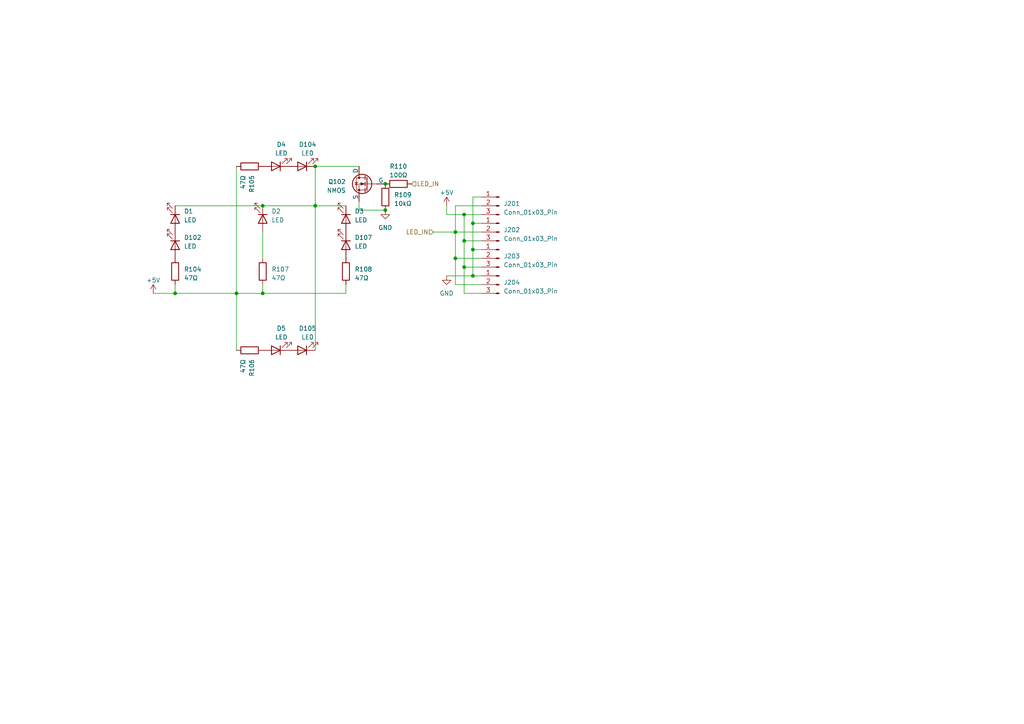
<source format=kicad_sch>
(kicad_sch (version 20230121) (generator eeschema)
  (paper "A4")
  (lib_symbols
    (symbol "Connector:Conn_01x03_Pin" (pin_names (offset 1.016) hide)
      (property "Reference" "J" (at 0 5.08 0))
      (property "Value" "Conn_01x03_Pin" (at 0 -5.08 0))
      (symbol "Conn_01x03_Pin_1_1"
        (polyline (pts (xy 1.27 -2.54) (xy 0.8636 -2.54)) (stroke (width 0.1524)))
        (polyline (pts (xy 1.27 0) (xy 0.8636 0)) (stroke (width 0.1524)))
        (polyline (pts (xy 1.27 2.54) (xy 0.8636 2.54)) (stroke (width 0.1524)))
        (rectangle (start 0.8636 -2.413) (end 0 -2.667) (stroke (width 0.1524)) (fill (type outline)))
        (rectangle (start 0.8636 0.127) (end 0 -0.127) (stroke (width 0.1524)) (fill (type outline)))
        (rectangle (start 0.8636 2.667) (end 0 2.413) (stroke (width 0.1524)) (fill (type outline)))
        (pin passive line (at 5.08 2.54 180) (length 3.81) (name "Pin_1") (number "1"))
        (pin passive line (at 5.08 0 180) (length 3.81) (name "Pin_2") (number "2"))
        (pin passive line (at 5.08 -2.54 180) (length 3.81) (name "Pin_3") (number "3"))
      )
    )
    (symbol "Device:LED" (pin_numbers hide) (pin_names (offset 1.016) hide)
      (property "Reference" "D" (at 0 2.54 0))
      (property "Value" "LED" (at 0 -2.54 0))
      (symbol "LED_0_1"
        (polyline (pts (xy -1.27 -1.27) (xy -1.27 1.27)) (stroke (width 0.254)))
        (polyline (pts (xy -1.27 0) (xy 1.27 0)))
        (polyline (pts (xy 1.27 -1.27) (xy 1.27 1.27) (xy -1.27 0) (xy 1.27 -1.27)) (stroke (width 0.254)))
        (polyline (pts (xy -3.048 -0.762) (xy -4.572 -2.286) (xy -3.81 -2.286) (xy -4.572 -2.286) (xy -4.572 -1.524)))
        (polyline (pts (xy -1.778 -0.762) (xy -3.302 -2.286) (xy -2.54 -2.286) (xy -3.302 -2.286) (xy -3.302 -1.524)))
      )
      (symbol "LED_1_1"
        (pin passive line (at -3.81 0 0) (length 2.54) (name "K") (number "1"))
        (pin passive line (at 3.81 0 180) (length 2.54) (name "A") (number "2"))
      )
    )
    (symbol "Device:R" (pin_numbers hide) (pin_names (offset 0))
      (property "Reference" "R" (at 2.032 0 90))
      (property "Value" "R" (at 0 0 90))
      (symbol "R_0_1"
        (rectangle (start -1.016 -2.54) (end 1.016 2.54) (stroke (width 0.254)))
      )
      (symbol "R_1_1"
        (pin passive line (at 0 3.81 270) (length 1.27) (name "~") (number "1"))
        (pin passive line (at 0 -3.81 90) (length 1.27) (name "~") (number "2"))
      )
    )
    (symbol "Simulation_SPICE:NMOS" (pin_numbers hide) (pin_names (offset 0))
      (property "Reference" "Q" (at 5.08 1.27 0))
      (property "Value" "NMOS" (at 5.08 -1.27 0))
      (symbol "NMOS_0_1"
        (polyline (pts (xy 0.254 0) (xy -2.54 0)))
        (polyline (pts (xy 0.254 1.905) (xy 0.254 -1.905)) (stroke (width 0.254)))
        (polyline (pts (xy 0.762 -1.27) (xy 0.762 -2.286)) (stroke (width 0.254)))
        (polyline (pts (xy 0.762 0.508) (xy 0.762 -0.508)) (stroke (width 0.254)))
        (polyline (pts (xy 0.762 2.286) (xy 0.762 1.27)) (stroke (width 0.254)))
        (polyline (pts (xy 2.54 2.54) (xy 2.54 1.778)))
        (polyline (pts (xy 2.54 -2.54) (xy 2.54 0) (xy 0.762 0)))
        (polyline (pts (xy 0.762 -1.778) (xy 3.302 -1.778) (xy 3.302 1.778) (xy 0.762 1.778)))
        (polyline (pts (xy 1.016 0) (xy 2.032 0.381) (xy 2.032 -0.381) (xy 1.016 0)) (fill (type outline)))
        (polyline (pts (xy 2.794 0.508) (xy 2.921 0.381) (xy 3.683 0.381) (xy 3.81 0.254)))
        (polyline (pts (xy 3.302 0.381) (xy 2.921 -0.254) (xy 3.683 -0.254) (xy 3.302 0.381)))
        (circle (center 1.651 0) (radius 2.794) (stroke (width 0.254)))
        (circle (center 2.54 -1.778) (radius 0.254) (fill (type outline)))
        (circle (center 2.54 1.778) (radius 0.254) (fill (type outline)))
      )
      (symbol "NMOS_1_1"
        (pin passive line (at 2.54 5.08 270) (length 2.54) (name "D") (number "1"))
        (pin input line (at -5.08 0 0) (length 2.54) (name "G") (number "2"))
        (pin passive line (at 2.54 -5.08 90) (length 2.54) (name "S") (number "3"))
      )
    )
    (symbol "power:+5V" (power) (pin_names (offset 0))
      (property "Value" "+5V" (at 0 3.556 0))
      (symbol "+5V_0_1"
        (polyline (pts (xy -0.762 1.27) (xy 0 2.54)))
        (polyline (pts (xy 0 0) (xy 0 2.54)))
        (polyline (pts (xy 0 2.54) (xy 0.762 1.27)))
      )
      (symbol "+5V_1_1"
        (pin power_in line (at 0 0 90) (length 0) hide (name "+5V") (number "1"))
      )
    )
    (symbol "power:GND" (power) (pin_names (offset 0))
      (property "Value" "GND" (at 0 -3.81 0))
      (symbol "GND_0_1"
        (polyline (pts (xy 0 0) (xy 0 -1.27) (xy 1.27 -1.27) (xy 0 -2.54) (xy -1.27 -1.27) (xy 0 -1.27)))
      )
      (symbol "GND_1_1"
        (pin power_in line (at 0 0 270) (length 0) hide (name "GND") (number "1"))
      )
    )
  )
  (junction (at 137.16 80.01))
  (junction (at 134.62 62.23))
  (junction (at 134.62 77.47))
  (junction (at 132.08 74.93))
  (junction (at 91.44 48.26))
  (junction (at 91.44 59.69))
  (junction (at 137.16 64.77))
  (junction (at 111.76 53.34))
  (junction (at 132.08 67.31))
  (junction (at 68.58 85.09))
  (junction (at 134.62 69.85))
  (junction (at 50.8 85.09))
  (junction (at 76.2 59.69))
  (junction (at 137.16 72.39))
  (junction (at 111.76 60.96))
  (junction (at 76.2 85.09))
  (wire (pts (xy 76.2 59.69) (xy 91.44 59.69)))
  (wire (pts (xy 91.44 59.69) (xy 100.33 59.69)))
  (wire (pts (xy 137.16 64.77) (xy 139.7 64.77)))
  (wire (pts (xy 76.2 67.31) (xy 76.2 74.93)))
  (wire (pts (xy 91.44 59.69) (xy 91.44 101.6)))
  (wire (pts (xy 100.33 85.09) (xy 100.33 82.55)))
  (wire (pts (xy 139.7 62.23) (xy 134.62 62.23)))
  (wire (pts (xy 137.16 72.39) (xy 137.16 64.77)))
  (wire (pts (xy 132.08 74.93) (xy 139.7 74.93)))
  (wire (pts (xy 132.08 67.31) (xy 139.7 67.31)))
  (wire (pts (xy 134.62 69.85) (xy 134.62 77.47)))
  (wire (pts (xy 129.54 80.01) (xy 137.16 80.01)))
  (wire (pts (xy 91.44 48.26) (xy 91.44 59.69)))
  (wire (pts (xy 129.54 62.23) (xy 134.62 62.23)))
  (wire (pts (xy 134.62 77.47) (xy 134.62 85.09)))
  (wire (pts (xy 139.7 59.69) (xy 132.08 59.69)))
  (wire (pts (xy 137.16 80.01) (xy 137.16 72.39)))
  (wire (pts (xy 134.62 77.47) (xy 139.7 77.47)))
  (wire (pts (xy 68.58 85.09) (xy 68.58 101.6)))
  (wire (pts (xy 134.62 69.85) (xy 139.7 69.85)))
  (wire (pts (xy 137.16 72.39) (xy 139.7 72.39)))
  (wire (pts (xy 134.62 85.09) (xy 139.7 85.09)))
  (wire (pts (xy 76.2 82.55) (xy 76.2 85.09)))
  (wire (pts (xy 104.14 60.96) (xy 111.76 60.96)))
  (wire (pts (xy 50.8 82.55) (xy 50.8 85.09)))
  (wire (pts (xy 76.2 85.09) (xy 100.33 85.09)))
  (wire (pts (xy 50.8 85.09) (xy 68.58 85.09)))
  (wire (pts (xy 137.16 57.15) (xy 139.7 57.15)))
  (wire (pts (xy 125.73 67.31) (xy 132.08 67.31)))
  (wire (pts (xy 68.58 48.26) (xy 68.58 85.09)))
  (wire (pts (xy 134.62 62.23) (xy 134.62 69.85)))
  (wire (pts (xy 50.8 59.69) (xy 76.2 59.69)))
  (wire (pts (xy 132.08 74.93) (xy 132.08 82.55)))
  (wire (pts (xy 137.16 64.77) (xy 137.16 57.15)))
  (wire (pts (xy 132.08 67.31) (xy 132.08 74.93)))
  (wire (pts (xy 44.45 85.09) (xy 50.8 85.09)))
  (wire (pts (xy 104.14 58.42) (xy 104.14 60.96)))
  (wire (pts (xy 132.08 59.69) (xy 132.08 67.31)))
  (wire (pts (xy 132.08 82.55) (xy 139.7 82.55)))
  (wire (pts (xy 139.7 80.01) (xy 137.16 80.01)))
  (wire (pts (xy 91.44 48.26) (xy 104.14 48.26)))
  (wire (pts (xy 68.58 85.09) (xy 76.2 85.09)))
  (wire (pts (xy 129.54 59.69) (xy 129.54 62.23)))
  (hierarchical_label "LED_IN" (shape input) (at 125.73 67.31 180))
  (hierarchical_label "LED_IN" (shape input) (at 119.38 53.34 0))
  (symbol (lib_id "Connector:Conn_01x03_Pin") (at 144.78 82.55 0) (mirror y) (unit 1)
    (property "Reference" "J204" (at 146.05 81.915 0) (effects (justify right)))
    (property "Value" "Conn_01x03_Pin" (at 146.05 84.455 0) (effects (justify right)))
    (property "Footprint" "Connector_PinHeader_2.00mm:PinHeader_1x03_P2.00mm_Vertical" (effects hide))
  )
  (symbol (lib_id "Device:R") (at 111.76 57.15 0) (unit 1)
    (property "Reference" "R109" (at 114.3 56.515 0) (effects (justify left)))
    (property "Value" "10kΩ" (at 114.3 59.055 0) (effects (justify left)))
    (property "Footprint" "Resistor_SMD:R_1206_3216Metric_Pad1.30x1.75mm_HandSolder" (effects hide))
    (property "manf#" "ERJ-8GEYJ103V" (effects hide))
    (instances (project "logic" (path "" (reference "R109") (unit 1)) (path "" (reference "R206") (unit 1))))
  )
  (symbol (lib_id "power:GND") (at 129.54 80.01 0) (unit 1)
    (property "Reference" "#PWR0108" (effects hide))
    (property "Value" "GND" (at 129.54 85.09 0))
    (instances (project "logic" (path "" (reference "#PWR0108") (unit 1)) (path "" (reference "#PWR0204") (unit 1))))
  )
  (symbol (lib_id "Device:R") (at 72.39 48.26 270) (unit 1)
    (property "Reference" "R105" (at 73.025 50.8 0) (effects (justify left)))
    (property "Value" "47Ω" (at 70.485 50.8 0) (effects (justify left)))
    (property "Footprint" "Resistor_SMD:R_1206_3216Metric_Pad1.30x1.75mm_HandSolder" (effects hide))
    (property "manf#" "ERJ-P08J470V" (effects hide))
    (instances (project "logic" (path "" (reference "R105") (unit 1)) (path "" (reference "R202") (unit 1))))
  )
  (symbol (lib_id "power:+5V") (at 44.45 85.09 0) (unit 1)
    (property "Reference" "#PWR0105" (effects hide))
    (property "Value" "+5V" (at 44.45 81.28 0))
    (instances (project "logic" (path "" (reference "#PWR0105") (unit 1)) (path "" (reference "#PWR0201") (unit 1))))
  )
  (symbol (lib_id "Device:LED") (at 80.01 101.6 180) (unit 1)
    (property "Reference" "D5" (at 81.5975 95.25 0))
    (property "Value" "LED" (at 81.5975 97.79 0))
    (property "Footprint" "LED_SMD:LED_PLCC_2835_Handsoldering" (effects hide))
    (property "manf#" "JB2835AWT-W-H35GA0000-N0000001" (effects hide))
    (instances (project "logic" (path "" (reference "D5") (unit 1)) (path "" (reference "D206") (unit 1))))
  )
  (symbol (lib_id "Device:R") (at 115.57 53.34 90) (unit 1)
    (property "Reference" "R110" (at 115.57 48.26 90))
    (property "Value" "100Ω" (at 115.57 50.8 90))
    (property "Footprint" "Resistor_SMD:R_1206_3216Metric_Pad1.30x1.75mm_HandSolder" (effects hide))
    (property "manf#" "ERJ-8GEYJ101V" (effects hide))
    (instances (project "logic" (path "" (reference "R110") (unit 1)) (path "" (reference "R207") (unit 1))))
  )
  (symbol (lib_id "Device:LED") (at 100.33 71.12 270) (unit 1)
    (property "Reference" "D107" (at 102.87 68.8975 90) (effects (justify left)))
    (property "Value" "LED" (at 102.87 71.4375 90) (effects (justify left)))
    (property "Footprint" "LED_SMD:LED_PLCC_2835_Handsoldering" (effects hide))
    (property "manf#" "JB2835AWT-W-H35GA0000-N0000001" (effects hide))
    (instances (project "logic" (path "" (reference "D107") (unit 1)) (path "" (reference "D208") (unit 1))))
  )
  (symbol (lib_id "Device:R") (at 76.2 78.74 0) (unit 1)
    (property "Reference" "R107" (at 78.74 78.105 0) (effects (justify left)))
    (property "Value" "47Ω" (at 78.74 80.645 0) (effects (justify left)))
    (property "Footprint" "Resistor_SMD:R_1206_3216Metric_Pad1.30x1.75mm_HandSolder" (effects hide))
    (property "manf#" "ERJ-P08J470V" (effects hide))
    (instances (project "logic" (path "" (reference "R107") (unit 1)) (path "" (reference "R205") (unit 1))))
  )
  (symbol (lib_id "power:GND") (at 111.76 60.96 0) (unit 1)
    (property "Reference" "#PWR0108" (effects hide))
    (property "Value" "GND" (at 111.76 66.04 0))
    (instances (project "logic" (path "" (reference "#PWR0108") (unit 1)) (path "" (reference "#PWR0202") (unit 1))))
  )
  (symbol (lib_id "Device:R") (at 100.33 78.74 0) (unit 1)
    (property "Reference" "R108" (at 102.87 78.105 0) (effects (justify left)))
    (property "Value" "47Ω" (at 102.87 80.645 0) (effects (justify left)))
    (property "Footprint" "Resistor_SMD:R_1206_3216Metric_Pad1.30x1.75mm_HandSolder" (effects hide))
    (property "manf#" "ERJ-P08J470V" (effects hide))
    (instances (project "logic" (path "" (reference "R108") (unit 1)) (path "" (reference "R204") (unit 1))))
  )
  (symbol (lib_id "Simulation_SPICE:NMOS") (at 106.68 53.34 0) (mirror y) (unit 1)
    (property "Reference" "Q102" (at 100.33 52.705 0) (effects (justify left)))
    (property "Value" "NMOS" (at 100.33 55.245 0) (effects (justify left)))
    (property "Footprint" "Package_TO_SOT_SMD:SOT-23-3" (effects hide))
    (property "Datasheet" "https://ngspice.sourceforge.io/docs/ngspice-manual.pdf" (effects hide))
    (property "Sim.Device" "NMOS" (effects hide))
    (property "Sim.Type" "VDMOS" (effects hide))
    (property "Sim.Pins" "1=D 2=G 3=S" (effects hide))
    (property "manf#" "AO3400A" (effects hide))
    (instances (project "logic" (path "" (reference "Q102") (unit 1)) (path "" (reference "Q201") (unit 1))))
  )
  (symbol (lib_id "Device:LED") (at 76.2 63.5 270) (unit 1)
    (property "Reference" "D2" (at 78.74 61.2775 90) (effects (justify left)))
    (property "Value" "LED" (at 78.74 63.8175 90) (effects (justify left)))
    (property "Footprint" "LED_SMD:LED_PLCC_2835_Handsoldering" (effects hide))
    (property "manf#" "JB2835AWT-W-H35GA0000-N0000001" (effects hide))
    (instances (project "logic" (path "" (reference "D2") (unit 1)) (path "" (reference "D209") (unit 1))))
  )
  (symbol (lib_id "Device:LED") (at 87.63 48.26 180) (unit 1)
    (property "Reference" "D104" (at 89.2175 41.91 0))
    (property "Value" "LED" (at 89.2175 44.45 0))
    (property "Footprint" "LED_SMD:LED_PLCC_2835_Handsoldering" (effects hide))
    (property "manf#" "JB2835AWT-W-H35GA0000-N0000001" (effects hide))
    (instances (project "logic" (path "" (reference "D104") (unit 1)) (path "" (reference "D203") (unit 1))))
  )
  (symbol (lib_id "Device:R") (at 72.39 101.6 270) (unit 1)
    (property "Reference" "R106" (at 73.025 104.14 0) (effects (justify left)))
    (property "Value" "47Ω" (at 70.485 104.14 0) (effects (justify left)))
    (property "Footprint" "Resistor_SMD:R_1206_3216Metric_Pad1.30x1.75mm_HandSolder" (effects hide))
    (property "manf#" "ERJ-P08J470V" (effects hide))
    (instances (project "logic" (path "" (reference "R106") (unit 1)) (path "" (reference "R203") (unit 1))))
  )
  (symbol (lib_id "Connector:Conn_01x03_Pin") (at 144.78 67.31 0) (mirror y) (unit 1)
    (property "Reference" "J202" (at 146.05 66.675 0) (effects (justify right)))
    (property "Value" "Conn_01x03_Pin" (at 146.05 69.215 0) (effects (justify right)))
    (property "Footprint" "Connector_PinHeader_2.00mm:PinHeader_1x03_P2.00mm_Vertical" (effects hide))
  )
  (symbol (lib_id "Device:LED") (at 50.8 71.12 270) (unit 1)
    (property "Reference" "D102" (at 53.34 68.8975 90) (effects (justify left)))
    (property "Value" "LED" (at 53.34 71.4375 90) (effects (justify left)))
    (property "Footprint" "LED_SMD:LED_PLCC_2835_Handsoldering" (effects hide))
    (property "manf#" "JB2835AWT-W-H35GA0000-N0000001" (effects hide))
    (instances (project "logic" (path "" (reference "D102") (unit 1)) (path "" (reference "D202") (unit 1))))
  )
  (symbol (lib_id "Device:R") (at 50.8 78.74 0) (unit 1)
    (property "Reference" "R104" (at 53.34 78.105 0) (effects (justify left)))
    (property "Value" "47Ω" (at 53.34 80.645 0) (effects (justify left)))
    (property "Footprint" "Resistor_SMD:R_1206_3216Metric_Pad1.30x1.75mm_HandSolder" (effects hide))
    (property "manf#" "ERJ-P08J470V" (effects hide))
    (instances (project "logic" (path "" (reference "R104") (unit 1)) (path "" (reference "R201") (unit 1))))
  )
  (symbol (lib_id "Device:LED") (at 87.63 101.6 180) (unit 1)
    (property "Reference" "D105" (at 89.2175 95.25 0))
    (property "Value" "LED" (at 89.2175 97.79 0))
    (property "Footprint" "LED_SMD:LED_PLCC_2835_Handsoldering" (effects hide))
    (property "manf#" "JB2835AWT-W-H35GA0000-N0000001" (effects hide))
    (instances (project "logic" (path "" (reference "D105") (unit 1)) (path "" (reference "D205") (unit 1))))
  )
  (symbol (lib_id "power:+5V") (at 129.54 59.69 0) (unit 1)
    (property "Reference" "#PWR0105" (effects hide))
    (property "Value" "+5V" (at 129.54 55.88 0))
    (instances (project "logic" (path "" (reference "#PWR0105") (unit 1)) (path "" (reference "#PWR0203") (unit 1))))
  )
  (symbol (lib_id "Connector:Conn_01x03_Pin") (at 144.78 59.69 0) (mirror y) (unit 1)
    (property "Reference" "J201" (at 146.05 59.055 0) (effects (justify right)))
    (property "Value" "Conn_01x03_Pin" (at 146.05 61.595 0) (effects (justify right)))
    (property "Footprint" "Connector_PinHeader_2.00mm:PinHeader_1x03_P2.00mm_Vertical" (effects hide))
  )
  (symbol (lib_id "Device:LED") (at 80.01 48.26 180) (unit 1)
    (property "Reference" "D4" (at 81.5975 41.91 0))
    (property "Value" "LED" (at 81.5975 44.45 0))
    (property "Footprint" "LED_SMD:LED_PLCC_2835_Handsoldering" (effects hide))
    (property "manf#" "JB2835AWT-W-H35GA0000-N0000001" (effects hide))
    (instances (project "logic" (path "" (reference "D4") (unit 1)) (path "" (reference "D204") (unit 1))))
  )
  (symbol (lib_id "Device:LED") (at 100.33 63.5 270) (unit 1)
    (property "Reference" "D3" (at 102.87 61.2775 90) (effects (justify left)))
    (property "Value" "LED" (at 102.87 63.8175 90) (effects (justify left)))
    (property "Footprint" "LED_SMD:LED_PLCC_2835_Handsoldering" (effects hide))
    (property "manf#" "JB2835AWT-W-H35GA0000-N0000001" (effects hide))
    (instances (project "logic" (path "" (reference "D3") (unit 1)) (path "" (reference "D207") (unit 1))))
  )
  (symbol (lib_id "Device:LED") (at 50.8 63.5 270) (unit 1)
    (property "Reference" "D1" (at 53.34 61.2775 90) (effects (justify left)))
    (property "Value" "LED" (at 53.34 63.8175 90) (effects (justify left)))
    (property "Footprint" "LED_SMD:LED_PLCC_2835_Handsoldering" (effects hide))
    (property "manf#" "JB2835AWT-W-H35GA0000-N0000001" (effects hide))
    (instances (project "logic" (path "" (reference "D1") (unit 1)) (path "" (reference "D201") (unit 1))))
  )
  (symbol (lib_id "Connector:Conn_01x03_Pin") (at 144.78 74.93 0) (mirror y) (unit 1)
    (property "Reference" "J203" (at 146.05 74.295 0) (effects (justify right)))
    (property "Value" "Conn_01x03_Pin" (at 146.05 76.835 0) (effects (justify right)))
    (property "Footprint" "Connector_PinHeader_2.00mm:PinHeader_1x03_P2.00mm_Vertical" (effects hide))
  )
)
</source>
